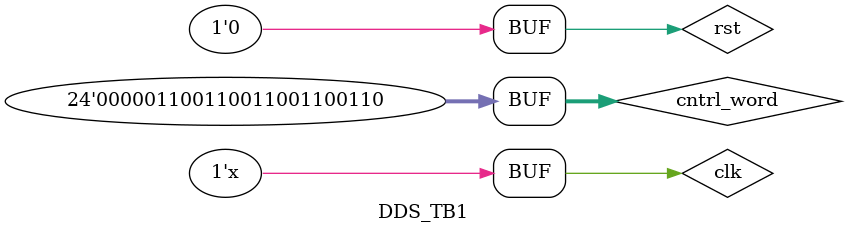
<source format=v>
`timescale 1ns / 1ps


module DDS_TB1(

    );
    
    //clk generation
    reg clk = 0;
    always
    begin
        #5 clk <= ~clk;
    end
    
    //reset generation
    reg rst = 0;
    
    //DEBUG connections
    wire [23:0] NCO_OUT;
    wire [23:0] cntrl_word;
    assign cntrl_word = 419430;
    wire [23:0] sinusoid;
    wire [23:0] triangle;
    
    //UUT
    DDS_top UUT(    .clk(clk),
                    .rst(rst),
                    .cntrl_word(cntrl_word),
                    .nco_out(NCO_OUT),
                    .sin_out(sinusoid),
                    .tri_out(triangle)
                    );
    
endmodule

</source>
